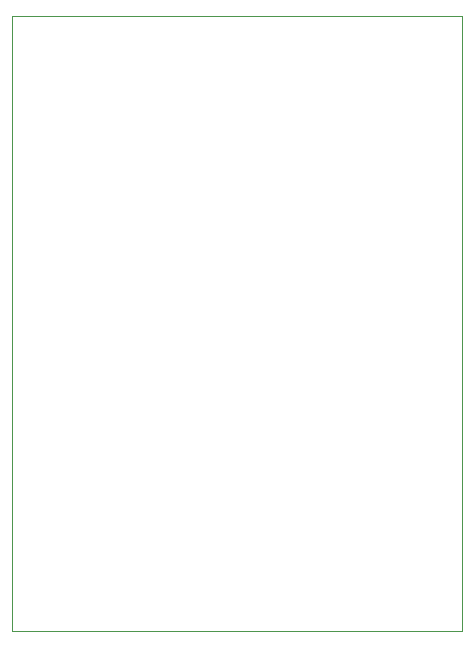
<source format=gbr>
%TF.GenerationSoftware,KiCad,Pcbnew,(6.0.11-0)*%
%TF.CreationDate,2023-01-30T18:50:33-05:00*%
%TF.ProjectId,Pico-Breakout,5069636f-2d42-4726-9561-6b6f75742e6b,1.0.0*%
%TF.SameCoordinates,Original*%
%TF.FileFunction,Profile,NP*%
%FSLAX46Y46*%
G04 Gerber Fmt 4.6, Leading zero omitted, Abs format (unit mm)*
G04 Created by KiCad (PCBNEW (6.0.11-0)) date 2023-01-30 18:50:33*
%MOMM*%
%LPD*%
G01*
G04 APERTURE LIST*
%TA.AperFunction,Profile*%
%ADD10C,0.100000*%
%TD*%
G04 APERTURE END LIST*
D10*
X137795000Y-69215000D02*
X175895000Y-69215000D01*
X175895000Y-69215000D02*
X175895000Y-121285000D01*
X175895000Y-121285000D02*
X137795000Y-121285000D01*
X137795000Y-121285000D02*
X137795000Y-69215000D01*
M02*

</source>
